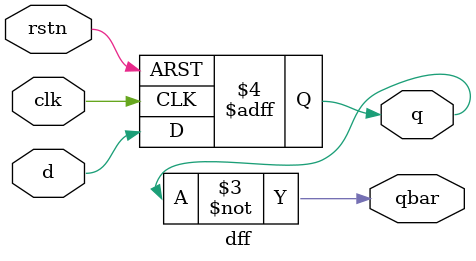
<source format=v>
module dff(input d,
		   input clk,
		   input rstn,
		   output reg q,
		   output qbar);


always @(posedge clk or negedge rstn)

if(!rstn)
q<=0;
else
q<=d;

assign qbar=~q;

endmodule
</source>
